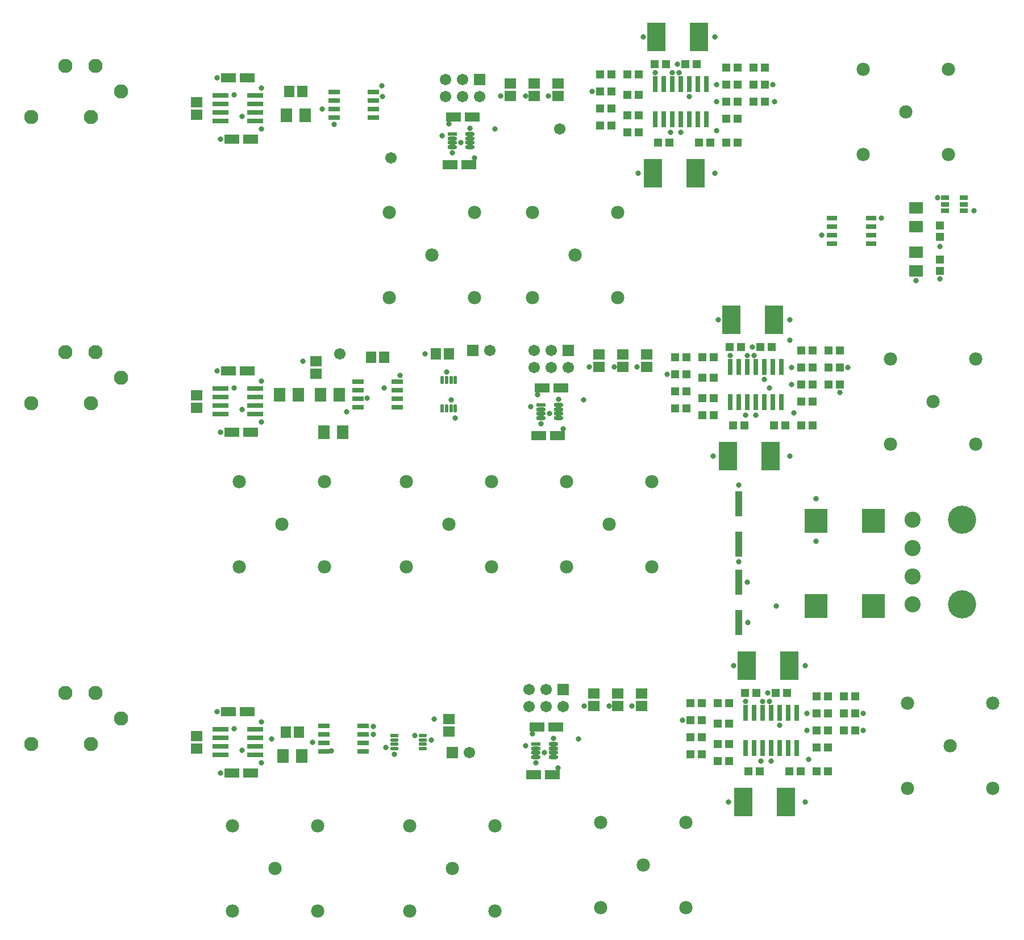
<source format=gts>
%FSLAX24Y24*%
%MOIN*%
G70*
G01*
G75*
%ADD10R,0.0866X0.0236*%
%ADD11R,0.0409X0.0150*%
%ADD12R,0.0236X0.0866*%
%ADD13R,0.0433X0.0394*%
%ADD14R,0.0787X0.0472*%
%ADD15R,0.0866X0.0236*%
%ADD16R,0.0591X0.0512*%
%ADD17R,0.0480X0.0169*%
%ADD18O,0.0480X0.0169*%
%ADD19R,0.1024X0.1614*%
%ADD20R,0.0394X0.0236*%
%ADD21R,0.1240X0.1360*%
%ADD22R,0.0315X0.1417*%
%ADD23R,0.0709X0.0630*%
%ADD24R,0.0394X0.0433*%
%ADD25R,0.0551X0.0236*%
%ADD26O,0.0409X0.0150*%
%ADD27R,0.0630X0.0709*%
%ADD28R,0.0512X0.0591*%
%ADD29R,0.0610X0.0236*%
%ADD30R,0.0150X0.0409*%
%ADD31O,0.0150X0.0409*%
%ADD32C,0.0160*%
%ADD33C,0.0100*%
%ADD34C,0.0300*%
%ADD35C,0.0200*%
%ADD36C,0.0120*%
%ADD37C,0.0591*%
%ADD38R,0.0591X0.0591*%
%ADD39C,0.0750*%
%ADD40C,0.0700*%
%ADD41C,0.0866*%
%ADD42C,0.1575*%
%ADD43C,0.0591*%
%ADD44C,0.0250*%
%ADD45C,0.0080*%
%ADD46C,0.0098*%
%ADD47C,0.0079*%
%ADD48C,0.0070*%
%ADD49C,0.0039*%
%ADD50C,0.0020*%
%ADD51R,0.0197X0.0079*%
%ADD52R,0.0157X0.0197*%
%ADD53R,0.0079X0.0197*%
%ADD54R,0.0197X0.0079*%
%ADD55R,0.0197X0.0157*%
%ADD56R,0.0946X0.0316*%
%ADD57R,0.0489X0.0230*%
%ADD58R,0.0316X0.0946*%
%ADD59R,0.0513X0.0474*%
%ADD60R,0.0867X0.0552*%
%ADD61R,0.0946X0.0316*%
%ADD62R,0.0671X0.0592*%
%ADD63R,0.0560X0.0249*%
%ADD64O,0.0560X0.0249*%
%ADD65R,0.1104X0.1694*%
%ADD66R,0.0474X0.0316*%
%ADD67R,0.1320X0.1440*%
%ADD68R,0.0395X0.1497*%
%ADD69R,0.0789X0.0710*%
%ADD70R,0.0474X0.0513*%
%ADD71R,0.0631X0.0316*%
%ADD72O,0.0489X0.0230*%
%ADD73R,0.0710X0.0789*%
%ADD74R,0.0592X0.0671*%
%ADD75R,0.0690X0.0316*%
%ADD76R,0.0230X0.0489*%
%ADD77O,0.0230X0.0489*%
%ADD78C,0.0671*%
%ADD79R,0.0671X0.0671*%
%ADD80C,0.0830*%
%ADD81C,0.0780*%
%ADD82C,0.0946*%
%ADD83C,0.1655*%
%ADD84C,0.0671*%
%ADD85C,0.0330*%
D56*
X34624Y42550D02*
D03*
X32576Y80250D02*
D03*
Y79750D02*
D03*
Y79250D02*
D03*
X34624Y80750D02*
D03*
Y79250D02*
D03*
X32576Y42550D02*
D03*
Y43050D02*
D03*
Y62550D02*
D03*
Y63050D02*
D03*
X34624Y43050D02*
D03*
X32576Y42050D02*
D03*
Y62050D02*
D03*
X34624Y63050D02*
D03*
Y62550D02*
D03*
Y42050D02*
D03*
Y62050D02*
D03*
Y43550D02*
D03*
Y63550D02*
D03*
Y79750D02*
D03*
Y80250D02*
D03*
D57*
X42800Y43200D02*
D03*
D58*
X63400Y44524D02*
D03*
X63900D02*
D03*
X64400D02*
D03*
X66400Y42476D02*
D03*
X65900D02*
D03*
X65400D02*
D03*
X58100Y81424D02*
D03*
X58600D02*
D03*
X59100D02*
D03*
X61100Y79376D02*
D03*
X60600D02*
D03*
X60100D02*
D03*
X62500Y62776D02*
D03*
X63000D02*
D03*
X63500D02*
D03*
X64000D02*
D03*
X64500D02*
D03*
X65000D02*
D03*
X65500D02*
D03*
X62500Y64824D02*
D03*
X63000D02*
D03*
X63500D02*
D03*
X64000D02*
D03*
X64500D02*
D03*
X65000D02*
D03*
X65500D02*
D03*
X58100Y79376D02*
D03*
X58600D02*
D03*
X59100D02*
D03*
X59600D02*
D03*
Y81424D02*
D03*
X60100D02*
D03*
X60600D02*
D03*
X61100D02*
D03*
X63400Y42476D02*
D03*
X63900D02*
D03*
X64400D02*
D03*
X64900D02*
D03*
Y44524D02*
D03*
X65400D02*
D03*
X65900D02*
D03*
X66400D02*
D03*
D59*
X61535Y62000D02*
D03*
X60865D02*
D03*
X59935Y63400D02*
D03*
X59265D02*
D03*
X60865Y63000D02*
D03*
X61535D02*
D03*
X56465Y79600D02*
D03*
X57135D02*
D03*
X61765Y42700D02*
D03*
X62435D02*
D03*
X62465Y66000D02*
D03*
X63135D02*
D03*
X58065Y82600D02*
D03*
X58735D02*
D03*
X63365Y45700D02*
D03*
X64035D02*
D03*
X66665Y64800D02*
D03*
X67335D02*
D03*
X62265Y81400D02*
D03*
X62935D02*
D03*
X67565Y44500D02*
D03*
X68235D02*
D03*
X65735Y61400D02*
D03*
X65065D02*
D03*
X61335Y78000D02*
D03*
X60665D02*
D03*
X66635Y41100D02*
D03*
X65965D02*
D03*
X63335Y61400D02*
D03*
X62665D02*
D03*
X58935Y78000D02*
D03*
X58265D02*
D03*
X64235Y41100D02*
D03*
X63565D02*
D03*
X59265Y64400D02*
D03*
X59935D02*
D03*
X54865Y81000D02*
D03*
X55535D02*
D03*
X60165Y44100D02*
D03*
X60835D02*
D03*
X68935Y64800D02*
D03*
X68265D02*
D03*
X64535Y81400D02*
D03*
X63865D02*
D03*
X69835Y44500D02*
D03*
X69165D02*
D03*
X68935Y63800D02*
D03*
X68265D02*
D03*
X64535Y80400D02*
D03*
X63865D02*
D03*
X69835Y43500D02*
D03*
X69165D02*
D03*
X59935Y62400D02*
D03*
X59265D02*
D03*
X55535Y79000D02*
D03*
X54865D02*
D03*
X60835Y42100D02*
D03*
X60165D02*
D03*
X61535Y65400D02*
D03*
X60865D02*
D03*
X57135Y82000D02*
D03*
X56465D02*
D03*
X62435Y45100D02*
D03*
X61765D02*
D03*
X67335Y65800D02*
D03*
X66665D02*
D03*
X62935Y82400D02*
D03*
X62265D02*
D03*
X68235Y45500D02*
D03*
X67565D02*
D03*
X66665Y62800D02*
D03*
X67335D02*
D03*
X62265Y79400D02*
D03*
X62935D02*
D03*
X67565Y42500D02*
D03*
X68235D02*
D03*
X54865Y80000D02*
D03*
X55535D02*
D03*
X60165Y43100D02*
D03*
X60835D02*
D03*
X56465Y78600D02*
D03*
X57135D02*
D03*
X61765Y41700D02*
D03*
X62435D02*
D03*
X61535Y64200D02*
D03*
X60865D02*
D03*
X57135Y80800D02*
D03*
X56465D02*
D03*
X62435Y43900D02*
D03*
X61765D02*
D03*
X59265Y65400D02*
D03*
X59935D02*
D03*
X54865Y82000D02*
D03*
X55535D02*
D03*
X60165Y45100D02*
D03*
X60835D02*
D03*
X64265Y66000D02*
D03*
X64935D02*
D03*
X59865Y82600D02*
D03*
X60535D02*
D03*
X65165Y45700D02*
D03*
X65835D02*
D03*
X68935Y65800D02*
D03*
X68265D02*
D03*
X64535Y82400D02*
D03*
X63865D02*
D03*
X69835Y45500D02*
D03*
X69165D02*
D03*
X66665Y63800D02*
D03*
X67335D02*
D03*
X62265Y80400D02*
D03*
X62935D02*
D03*
X67565Y43500D02*
D03*
X68235D02*
D03*
X67335Y61400D02*
D03*
X66665D02*
D03*
X62935Y78000D02*
D03*
X62265D02*
D03*
X68235Y41100D02*
D03*
X67565D02*
D03*
D60*
X34151Y81800D02*
D03*
X33049D02*
D03*
X33249Y78200D02*
D03*
X34351D02*
D03*
X52551Y63600D02*
D03*
X51449D02*
D03*
X52351Y60800D02*
D03*
X51249D02*
D03*
X33249Y41000D02*
D03*
Y61000D02*
D03*
X33049Y44600D02*
D03*
Y64600D02*
D03*
X52051Y40900D02*
D03*
X47151Y76700D02*
D03*
X51149Y43700D02*
D03*
X46249Y79500D02*
D03*
X34351Y41000D02*
D03*
Y61000D02*
D03*
X50949Y40900D02*
D03*
X46049Y76700D02*
D03*
X34151Y44600D02*
D03*
Y64600D02*
D03*
X52251Y43700D02*
D03*
X47351Y79500D02*
D03*
D61*
X32576Y80750D02*
D03*
Y43550D02*
D03*
Y63550D02*
D03*
D62*
X31200Y79626D02*
D03*
Y80374D02*
D03*
X57600Y64826D02*
D03*
Y65574D02*
D03*
X56200Y64826D02*
D03*
Y65574D02*
D03*
X54800Y64826D02*
D03*
Y65574D02*
D03*
X46000Y43426D02*
D03*
Y44174D02*
D03*
X38200Y64426D02*
D03*
Y65174D02*
D03*
X31200Y42426D02*
D03*
Y43174D02*
D03*
Y62426D02*
D03*
Y63174D02*
D03*
X57300Y45674D02*
D03*
X55900D02*
D03*
X54500D02*
D03*
X52400Y81474D02*
D03*
X51000D02*
D03*
X49600D02*
D03*
X57300Y44926D02*
D03*
X52400Y80726D02*
D03*
X55900Y44926D02*
D03*
X51000Y80726D02*
D03*
X54500Y44926D02*
D03*
X49600Y80726D02*
D03*
D63*
X51400Y62600D02*
D03*
X46200Y78500D02*
D03*
X51100Y42700D02*
D03*
D64*
X51400Y62344D02*
D03*
Y62088D02*
D03*
Y61832D02*
D03*
X52432Y62600D02*
D03*
Y62344D02*
D03*
Y62088D02*
D03*
Y61832D02*
D03*
X52132Y42444D02*
D03*
Y42188D02*
D03*
Y41932D02*
D03*
X47231Y78244D02*
D03*
Y77988D02*
D03*
Y77732D02*
D03*
X46200Y77988D02*
D03*
X51100Y42188D02*
D03*
Y42444D02*
D03*
X46200Y78244D02*
D03*
X51100Y41932D02*
D03*
X46200Y77732D02*
D03*
X52132Y42700D02*
D03*
X47231Y78500D02*
D03*
D65*
X62340Y59600D02*
D03*
X64860D02*
D03*
X62540Y67600D02*
D03*
X65060D02*
D03*
X65960Y47300D02*
D03*
X60660Y84200D02*
D03*
X63240Y39300D02*
D03*
X57940Y76200D02*
D03*
X63440Y47300D02*
D03*
X58140Y84200D02*
D03*
X65760Y39300D02*
D03*
X60460Y76200D02*
D03*
D66*
X75098Y74748D02*
D03*
Y74374D02*
D03*
Y74000D02*
D03*
X76200Y74748D02*
D03*
Y74374D02*
D03*
Y74000D02*
D03*
D67*
X67510Y50800D02*
D03*
X70890D02*
D03*
X67510Y55800D02*
D03*
X70890D02*
D03*
D68*
X63000Y49819D02*
D03*
Y52181D02*
D03*
Y54419D02*
D03*
Y56781D02*
D03*
D69*
X73400Y74151D02*
D03*
Y73049D02*
D03*
Y71551D02*
D03*
Y70449D02*
D03*
D70*
X74800Y72465D02*
D03*
Y73135D02*
D03*
Y70465D02*
D03*
Y71135D02*
D03*
D71*
X70761Y72050D02*
D03*
Y72550D02*
D03*
Y73050D02*
D03*
Y73550D02*
D03*
X68439Y72050D02*
D03*
Y72550D02*
D03*
Y73050D02*
D03*
Y73550D02*
D03*
D72*
X42800Y42944D02*
D03*
Y42688D02*
D03*
Y42432D02*
D03*
X44469Y43200D02*
D03*
Y42944D02*
D03*
Y42688D02*
D03*
Y42432D02*
D03*
D73*
X36249Y42000D02*
D03*
X37351D02*
D03*
X39751Y61000D02*
D03*
X38649D02*
D03*
X39551Y63200D02*
D03*
X38449D02*
D03*
X37151D02*
D03*
X36049D02*
D03*
X36449Y79600D02*
D03*
X37551D02*
D03*
D74*
X37174Y43400D02*
D03*
X36426D02*
D03*
X41426Y65400D02*
D03*
X42174D02*
D03*
X45974Y65600D02*
D03*
X45226D02*
D03*
X36626Y81000D02*
D03*
X37374D02*
D03*
D75*
X40648Y63950D02*
D03*
Y63450D02*
D03*
Y62950D02*
D03*
Y62450D02*
D03*
X42952Y63950D02*
D03*
Y63450D02*
D03*
Y62950D02*
D03*
Y62450D02*
D03*
X40952Y42250D02*
D03*
Y42750D02*
D03*
Y43250D02*
D03*
Y43750D02*
D03*
X38648Y42250D02*
D03*
Y42750D02*
D03*
Y43250D02*
D03*
Y43750D02*
D03*
X41552Y79450D02*
D03*
Y79950D02*
D03*
Y80450D02*
D03*
Y80950D02*
D03*
X39248Y79450D02*
D03*
Y79950D02*
D03*
Y80450D02*
D03*
Y80950D02*
D03*
D76*
X45600Y62400D02*
D03*
D77*
X45856D02*
D03*
X46112D02*
D03*
X46368D02*
D03*
X45600Y64069D02*
D03*
X45856D02*
D03*
X46112D02*
D03*
X46368D02*
D03*
D78*
X51000Y64800D02*
D03*
Y65800D02*
D03*
X52000Y64800D02*
D03*
Y65800D02*
D03*
X53000Y64800D02*
D03*
X47200Y42200D02*
D03*
X48400Y65800D02*
D03*
X50700Y44900D02*
D03*
X51700D02*
D03*
X52700D02*
D03*
X45800Y80700D02*
D03*
X46800D02*
D03*
X47800D02*
D03*
X50700Y45900D02*
D03*
X51700D02*
D03*
X45800Y81700D02*
D03*
X46800D02*
D03*
D79*
X53000Y65800D02*
D03*
X46200Y42200D02*
D03*
X47400Y65800D02*
D03*
X52700Y45900D02*
D03*
X47800Y81700D02*
D03*
D80*
X25000Y62700D02*
D03*
X25250Y65700D02*
D03*
X26750Y64200D02*
D03*
X21500Y62700D02*
D03*
X23500Y65700D02*
D03*
X25000Y42700D02*
D03*
X25250Y45700D02*
D03*
X26750Y44200D02*
D03*
X21500Y42700D02*
D03*
X23500Y45700D02*
D03*
X25000Y79500D02*
D03*
X25250Y82500D02*
D03*
X26750Y81000D02*
D03*
X21500Y79500D02*
D03*
X23500Y82500D02*
D03*
D81*
X57900Y58100D02*
D03*
X52900D02*
D03*
Y53100D02*
D03*
X57900D02*
D03*
X55400Y55600D02*
D03*
X48500Y58100D02*
D03*
X43500D02*
D03*
Y53100D02*
D03*
X48500D02*
D03*
X46000Y55600D02*
D03*
X38700Y58100D02*
D03*
X33700D02*
D03*
Y53100D02*
D03*
X38700D02*
D03*
X36200Y55600D02*
D03*
X77900Y45100D02*
D03*
X72900D02*
D03*
Y40100D02*
D03*
X77900D02*
D03*
X75400Y42600D02*
D03*
X59900Y38100D02*
D03*
X54900D02*
D03*
Y33100D02*
D03*
X59900D02*
D03*
X57400Y35600D02*
D03*
X38300Y37900D02*
D03*
X33300D02*
D03*
Y32900D02*
D03*
X38300D02*
D03*
X35800Y35400D02*
D03*
X48700Y37900D02*
D03*
X43700D02*
D03*
Y32900D02*
D03*
X48700D02*
D03*
X46200Y35400D02*
D03*
X75300Y82300D02*
D03*
X70300D02*
D03*
Y77300D02*
D03*
X75300D02*
D03*
X72800Y79800D02*
D03*
X55900Y73900D02*
D03*
X50900D02*
D03*
Y68900D02*
D03*
X55900D02*
D03*
X53400Y71400D02*
D03*
X47500Y73900D02*
D03*
X42500D02*
D03*
Y68900D02*
D03*
X47500D02*
D03*
X45000Y71400D02*
D03*
X74400Y62800D02*
D03*
X76900Y60300D02*
D03*
X71900D02*
D03*
Y65300D02*
D03*
X76900D02*
D03*
D82*
X73200Y54200D02*
D03*
Y55854D02*
D03*
Y52546D02*
D03*
Y50893D02*
D03*
D83*
X76074Y55854D02*
D03*
Y50893D02*
D03*
D84*
X39600Y65600D02*
D03*
X42600Y77100D02*
D03*
X52500Y78800D02*
D03*
D85*
X66000Y67600D02*
D03*
X61800D02*
D03*
X61500Y59600D02*
D03*
X66000D02*
D03*
X64000Y62000D02*
D03*
X66100Y63800D02*
D03*
Y64800D02*
D03*
X63900Y65500D02*
D03*
X64500Y64100D02*
D03*
X63800Y66000D02*
D03*
X62500Y65500D02*
D03*
X69400Y64800D02*
D03*
X63500Y65500D02*
D03*
X58800Y64400D02*
D03*
X51900Y62100D02*
D03*
X53900Y62900D02*
D03*
X63400Y62000D02*
D03*
X50800Y62500D02*
D03*
X54226Y64826D02*
D03*
X55674D02*
D03*
X57026D02*
D03*
X51400Y61500D02*
D03*
X52700Y61200D02*
D03*
X51200Y63200D02*
D03*
X52432Y62931D02*
D03*
X44600Y65600D02*
D03*
X45856Y64544D02*
D03*
X46112Y62912D02*
D03*
X46368Y61832D02*
D03*
X43135Y64335D02*
D03*
X42200Y63600D02*
D03*
X40000Y62200D02*
D03*
X41200Y63000D02*
D03*
X33400Y63600D02*
D03*
X33865Y62335D02*
D03*
X32400Y64600D02*
D03*
X32600Y61000D02*
D03*
X35000Y64000D02*
D03*
Y61600D02*
D03*
X33400Y43600D02*
D03*
X33865Y42335D02*
D03*
X32400Y44600D02*
D03*
X32600Y41000D02*
D03*
X35000Y44000D02*
D03*
Y41600D02*
D03*
X33400Y80800D02*
D03*
X32400Y81800D02*
D03*
X35000Y81200D02*
D03*
X32600Y78200D02*
D03*
X33865Y79535D02*
D03*
X35000Y78800D02*
D03*
X37426Y65174D02*
D03*
X44000Y43200D02*
D03*
X42300Y42500D02*
D03*
X42800Y42100D02*
D03*
X44956Y42944D02*
D03*
X39100Y42300D02*
D03*
X38000Y42800D02*
D03*
X41550Y43250D02*
D03*
X41565Y43735D02*
D03*
X45126Y44174D02*
D03*
X46000Y79100D02*
D03*
X47231Y78832D02*
D03*
X46200Y77400D02*
D03*
X47500Y77100D02*
D03*
X49026Y80726D02*
D03*
X50474D02*
D03*
X51826D02*
D03*
X45600Y78400D02*
D03*
X46700Y78000D02*
D03*
X48700Y78800D02*
D03*
X50900Y43300D02*
D03*
X52132Y43032D02*
D03*
X51100Y41600D02*
D03*
X52400Y41300D02*
D03*
X53926Y44926D02*
D03*
X55374D02*
D03*
X56726D02*
D03*
X50500Y42600D02*
D03*
X51600Y42200D02*
D03*
X53600Y43000D02*
D03*
X58100Y82100D02*
D03*
X59400Y82600D02*
D03*
X61700Y80400D02*
D03*
Y81400D02*
D03*
X59000Y78600D02*
D03*
X54400Y81000D02*
D03*
X65000Y81400D02*
D03*
X61600Y76200D02*
D03*
X57100D02*
D03*
X61600Y84200D02*
D03*
X57400D02*
D03*
X60100Y80700D02*
D03*
X59500Y82100D02*
D03*
X59100Y82100D02*
D03*
X59600Y78600D02*
D03*
X63400Y45200D02*
D03*
X64700Y45700D02*
D03*
X67000Y43500D02*
D03*
Y44500D02*
D03*
X64300Y41700D02*
D03*
X59700Y44100D02*
D03*
X70300Y44500D02*
D03*
X66900Y39300D02*
D03*
X62400D02*
D03*
X66900Y47300D02*
D03*
X62700D02*
D03*
X65400Y43800D02*
D03*
X64800Y45200D02*
D03*
X64400Y45200D02*
D03*
X64900Y41700D02*
D03*
X67089Y41789D02*
D03*
X35600Y43000D02*
D03*
X39248Y79048D02*
D03*
X38550Y79950D02*
D03*
X42100Y80700D02*
D03*
X42065Y81335D02*
D03*
X61700Y78700D02*
D03*
X63519Y49819D02*
D03*
X65200Y50800D02*
D03*
X63481Y52181D02*
D03*
X63000Y53400D02*
D03*
Y57900D02*
D03*
X67510Y57110D02*
D03*
Y54590D02*
D03*
X74800Y71900D02*
D03*
Y70000D02*
D03*
X73400Y69900D02*
D03*
X71350Y73550D02*
D03*
X67850Y72550D02*
D03*
X64800Y63600D02*
D03*
X66000Y66400D02*
D03*
X70300Y43500D02*
D03*
X68935Y63335D02*
D03*
X65100Y80400D02*
D03*
X76800Y74000D02*
D03*
X74648Y74748D02*
D03*
X66215Y62115D02*
D03*
M02*

</source>
